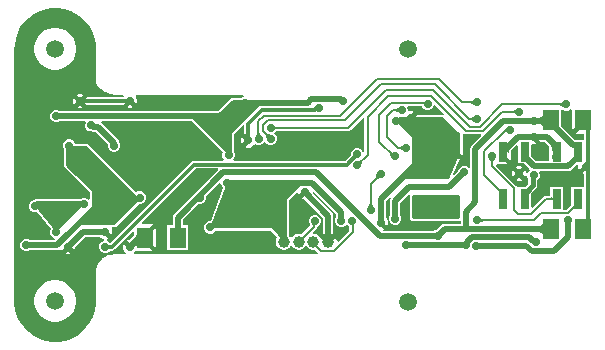
<source format=gbl>
G04*
G04 #@! TF.GenerationSoftware,Altium Limited,Altium Designer,21.4.1 (30)*
G04*
G04 Layer_Physical_Order=2*
G04 Layer_Color=16711680*
%FSLAX44Y44*%
%MOMM*%
G71*
G04*
G04 #@! TF.SameCoordinates,910F416B-8F7A-4B00-9735-5684A02CBE25*
G04*
G04*
G04 #@! TF.FilePolarity,Positive*
G04*
G01*
G75*
%ADD11C,0.4000*%
%ADD12C,0.2000*%
%ADD17C,0.5000*%
%ADD25C,0.7000*%
%ADD59C,0.3000*%
%ADD62C,1.0000*%
%ADD63C,1.5000*%
%ADD64R,0.7874X1.6510*%
%ADD65R,1.3800X1.8200*%
G04:AMPARAMS|DCode=66|XSize=2mm|YSize=4mm|CornerRadius=0.07mm|HoleSize=0mm|Usage=FLASHONLY|Rotation=270.000|XOffset=0mm|YOffset=0mm|HoleType=Round|Shape=RoundedRectangle|*
%AMROUNDEDRECTD66*
21,1,2.0000,3.8600,0,0,270.0*
21,1,1.8600,4.0000,0,0,270.0*
1,1,0.1400,-1.9300,-0.9300*
1,1,0.1400,-1.9300,0.9300*
1,1,0.1400,1.9300,0.9300*
1,1,0.1400,1.9300,-0.9300*
%
%ADD66ROUNDEDRECTD66*%
G36*
X620821Y397250D02*
X620535Y397525D01*
X620247Y397772D01*
X619958Y397990D01*
X619665Y398178D01*
X619371Y398338D01*
X619075Y398468D01*
X618776Y398569D01*
X618475Y398642D01*
X618171Y398685D01*
X617866Y398700D01*
Y400700D01*
X618171Y400714D01*
X618475Y400758D01*
X618776Y400830D01*
X619075Y400932D01*
X619371Y401063D01*
X619665Y401222D01*
X619958Y401410D01*
X620247Y401628D01*
X620535Y401875D01*
X620821Y402150D01*
Y397250D01*
D02*
G37*
G36*
X696411Y395644D02*
X696139Y395927D01*
X695863Y396179D01*
X695582Y396402D01*
X695298Y396595D01*
X695010Y396759D01*
X694718Y396892D01*
X694422Y396996D01*
X694122Y397071D01*
X693818Y397115D01*
X693510Y397130D01*
X693587Y399130D01*
X693890Y399144D01*
X694193Y399187D01*
X694495Y399257D01*
X694796Y399356D01*
X695097Y399483D01*
X695397Y399638D01*
X695697Y399822D01*
X695996Y400033D01*
X696295Y400273D01*
X696593Y400541D01*
X696411Y395644D01*
D02*
G37*
G36*
X595472Y390304D02*
X595032Y389301D01*
X594867Y389113D01*
X573000D01*
X571267Y387380D01*
X594950D01*
X608170Y374160D01*
X601610Y367600D01*
X570490D01*
Y368305D01*
X570032Y368763D01*
X568652Y367382D01*
X568932Y367769D01*
X569070Y368226D01*
X569067Y368755D01*
X568923Y369355D01*
X568637Y370026D01*
X568459Y370336D01*
X554520Y384275D01*
X556247Y386002D01*
X555488Y386762D01*
X555772Y386793D01*
X556810Y386966D01*
X556941Y387004D01*
X557046Y387044D01*
X557127Y387084D01*
X557182Y387125D01*
X557276Y387031D01*
X557625Y387380D01*
X562022D01*
Y387418D01*
X562328Y387433D01*
X562631Y387476D01*
X562932Y387549D01*
X563231Y387650D01*
X563528Y387781D01*
X563822Y387940D01*
X564114Y388129D01*
X564404Y388346D01*
X564692Y388593D01*
X564977Y388868D01*
Y387380D01*
X566515D01*
X566062Y387832D01*
X570099Y391870D01*
X568678Y392458D01*
X566275D01*
X565940Y392320D01*
X564670Y393168D01*
Y394048D01*
X564197Y395191D01*
X565036Y396461D01*
X576816D01*
X577072Y395844D01*
X578534Y394382D01*
X580446Y393590D01*
X582514D01*
X584426Y394382D01*
X585888Y395844D01*
X586547Y397434D01*
X587853Y397924D01*
X595472Y390304D01*
D02*
G37*
G36*
X274254Y478848D02*
X279403Y477174D01*
X284227Y474717D01*
X288606Y471535D01*
X292435Y467706D01*
X295617Y463327D01*
X298074Y458503D01*
X299747Y453354D01*
X300594Y448007D01*
Y445300D01*
Y418841D01*
X300607Y418779D01*
X300597Y418716D01*
X300626Y418128D01*
X300672Y417945D01*
Y417756D01*
X300902Y416603D01*
X300998Y416371D01*
X301047Y416125D01*
X301497Y415038D01*
X301636Y414830D01*
X301732Y414598D01*
X302385Y413620D01*
X302519Y413487D01*
X302616Y413324D01*
X303011Y412888D01*
X303113Y412813D01*
X303188Y412711D01*
X304727Y411316D01*
X304890Y411219D01*
X305023Y411086D01*
X308473Y408780D01*
X308705Y408684D01*
X308914Y408545D01*
X312748Y406957D01*
X312994Y406908D01*
X313226Y406812D01*
X317296Y406002D01*
X317485D01*
X317668Y405956D01*
X319743Y405854D01*
X319806Y405864D01*
X319868Y405851D01*
X323583D01*
X324248Y404581D01*
X323842Y403984D01*
X293563D01*
X291864Y402285D01*
X292037Y402259D01*
X292377Y402231D01*
X292734Y402221D01*
Y399221D01*
X292377Y399212D01*
X292037Y399184D01*
X291864Y399158D01*
X293563Y397459D01*
X323302D01*
X325036Y399192D01*
X324776Y399213D01*
X324419Y399221D01*
X324238Y402221D01*
X324596Y402231D01*
X324935Y402262D01*
X325254Y402312D01*
X325555Y402382D01*
X325836Y402472D01*
X326098Y402582D01*
X326341Y402712D01*
X326565Y402862D01*
X326769Y403032D01*
X326955Y403222D01*
X327064Y401220D01*
X328170Y402326D01*
X329584Y400912D01*
X330998Y402326D01*
X335035Y398289D01*
X335624Y399711D01*
Y402113D01*
X334704Y404333D01*
X334360Y404678D01*
X334846Y405851D01*
X425452D01*
X425705Y404581D01*
X424335Y404014D01*
X424209Y403888D01*
X417305D01*
X415667Y403562D01*
X414277Y402634D01*
X409972Y398328D01*
X409972Y398328D01*
X403992Y392348D01*
X270015D01*
X269889Y392474D01*
X267977Y393266D01*
X265909D01*
X263997Y392474D01*
X262535Y391011D01*
X261743Y389100D01*
Y387031D01*
X262535Y385120D01*
X263997Y383657D01*
X265909Y382866D01*
X267977D01*
X269889Y383657D01*
X270015Y383783D01*
X291319D01*
X292168Y382513D01*
X291707Y381400D01*
Y379331D01*
X292498Y377420D01*
X293961Y375957D01*
X295872Y375166D01*
X297037D01*
X298020Y374970D01*
X300774D01*
X311046Y364698D01*
X310825Y364164D01*
Y362095D01*
X311617Y360184D01*
X313079Y358721D01*
X314991Y357930D01*
X317059D01*
X318971Y358721D01*
X320433Y360184D01*
X321225Y362095D01*
Y364164D01*
X320433Y366075D01*
X320201Y366307D01*
X319981Y367414D01*
X319053Y368803D01*
X305576Y382281D01*
X305227Y382513D01*
X305612Y383783D01*
X381954D01*
X408359Y357379D01*
X407857Y356166D01*
Y354098D01*
X408649Y352186D01*
X409112Y351723D01*
X408586Y350453D01*
X383790D01*
X382541Y350204D01*
X381483Y349497D01*
X312837Y280851D01*
X311704Y281984D01*
X309792Y282776D01*
X309861Y283960D01*
X311283Y284549D01*
X307246Y288586D01*
X310074Y291414D01*
X314111Y287377D01*
X314700Y288799D01*
Y291201D01*
X314014Y292857D01*
X314734Y294127D01*
X316610D01*
X317273Y294259D01*
X317836Y294634D01*
X337048Y313847D01*
X337819Y314000D01*
X338634D01*
X340546Y314792D01*
X342008Y316255D01*
X342800Y318166D01*
Y320234D01*
X342008Y322146D01*
X340546Y323608D01*
X338634Y324400D01*
X336566D01*
X334654Y323608D01*
X334549Y323503D01*
X293644Y364408D01*
X293081Y364783D01*
X292418Y364915D01*
X282952D01*
X282450Y366128D01*
X280987Y367590D01*
X279076Y368382D01*
X277007D01*
X275096Y367590D01*
X273633Y366128D01*
X272842Y364216D01*
Y362148D01*
X273633Y360237D01*
X273759Y360110D01*
Y347154D01*
X274085Y345515D01*
X275014Y344125D01*
X295417Y323722D01*
Y318008D01*
X294147Y317482D01*
X293596Y318033D01*
X291684Y318824D01*
X289616D01*
X287705Y318033D01*
X287578Y317907D01*
X251166D01*
X249527Y317581D01*
X248957Y317200D01*
X247966D01*
X246054Y316408D01*
X244592Y314946D01*
X243800Y313034D01*
Y310966D01*
X244592Y309054D01*
X246054Y307592D01*
X247966Y306800D01*
X250034D01*
X250769Y307104D01*
X262610Y292647D01*
X261900Y290934D01*
Y288866D01*
X262692Y286954D01*
X264154Y285492D01*
X265288Y285022D01*
X265784Y283527D01*
X265473Y283088D01*
X244950D01*
X244824Y283214D01*
X242912Y284006D01*
X240844D01*
X238932Y283214D01*
X237470Y281752D01*
X236678Y279840D01*
Y277772D01*
X237470Y275861D01*
X238932Y274398D01*
X240844Y273606D01*
X242912D01*
X244824Y274398D01*
X244950Y274524D01*
X268001D01*
X269640Y274850D01*
X270035Y275114D01*
X271607Y274637D01*
X271691Y274435D01*
X275728Y278472D01*
X277142Y277058D01*
X278556Y278472D01*
X282593Y274435D01*
X283182Y275856D01*
Y277042D01*
X291858Y285718D01*
X304400D01*
X305238Y284879D01*
X307458Y283960D01*
X307516D01*
X307724Y282776D01*
X305813Y281984D01*
X304350Y280522D01*
X303558Y278610D01*
Y276542D01*
X304350Y274630D01*
X305813Y273168D01*
X307724Y272376D01*
X309792D01*
X311704Y273168D01*
X312829Y274293D01*
X314156D01*
X315405Y274542D01*
X316463Y275249D01*
X331887Y290673D01*
X333060Y290187D01*
Y287138D01*
X329473Y283551D01*
X328288D01*
X326866Y282962D01*
X330903Y278925D01*
X328075Y276096D01*
X324038Y280133D01*
X323449Y278712D01*
Y276309D01*
X324369Y274089D01*
X326068Y272390D01*
X326240Y272319D01*
X325987Y271049D01*
X315833D01*
X315770Y271036D01*
X315707Y271046D01*
X314469Y270985D01*
X314286Y270939D01*
X314097D01*
X311668Y270456D01*
X311436Y270360D01*
X311190Y270311D01*
X308902Y269363D01*
X308694Y269224D01*
X308461Y269128D01*
X306402Y267752D01*
X306269Y267618D01*
X306107Y267521D01*
X305188Y266689D01*
X305113Y266587D01*
X305011Y266512D01*
X304189Y265605D01*
X304092Y265443D01*
X303959Y265309D01*
X302600Y263277D01*
X302504Y263044D01*
X302365Y262836D01*
X301429Y260577D01*
X301380Y260331D01*
X301284Y260099D01*
X300807Y257701D01*
Y257512D01*
X300762Y257329D01*
X300702Y256106D01*
X300711Y256044D01*
X300698Y255981D01*
Y231700D01*
Y228985D01*
X299849Y223622D01*
X298171Y218457D01*
X295706Y213619D01*
X292514Y209226D01*
X288674Y205386D01*
X284281Y202194D01*
X279443Y199729D01*
X274278Y198051D01*
X268915Y197202D01*
X263485D01*
X258122Y198051D01*
X252957Y199729D01*
X248119Y202194D01*
X243726Y205386D01*
X239886Y209226D01*
X236694Y213619D01*
X234229Y218457D01*
X232551Y223622D01*
X231702Y228985D01*
Y231700D01*
Y444983D01*
X231741Y445163D01*
X231801Y447980D01*
X232652Y453354D01*
X234325Y458503D01*
X236783Y463327D01*
X239965Y467706D01*
X243794Y471535D01*
X248173Y474717D01*
X252997Y477174D01*
X258146Y478847D01*
X263493Y479694D01*
X268907D01*
X274254Y478848D01*
D02*
G37*
G36*
X556772Y390784D02*
X556517Y391074D01*
X556255Y391334D01*
X555988Y391562D01*
X555714Y391761D01*
X555434Y391929D01*
X555148Y392066D01*
X554856Y392173D01*
X554557Y392249D01*
X554252Y392295D01*
X553942Y392310D01*
X554119Y394310D01*
X554418Y394324D01*
X554719Y394364D01*
X555022Y394432D01*
X555326Y394527D01*
X555632Y394649D01*
X555939Y394798D01*
X556249Y394975D01*
X556560Y395178D01*
X556872Y395409D01*
X557187Y395667D01*
X556772Y390784D01*
D02*
G37*
G36*
X417411Y399500D02*
X441300D01*
X413057Y371257D01*
Y386822D01*
X413000Y386764D01*
Y385325D01*
Y355189D01*
X377909Y390280D01*
X408816Y390033D01*
X411232Y397068D01*
X415134Y397434D01*
X417305Y399605D01*
X417411Y399500D01*
D02*
G37*
G36*
X656628Y389389D02*
X656329Y389657D01*
X656031Y389897D01*
X655731Y390108D01*
X655432Y390292D01*
X655131Y390447D01*
X654830Y390574D01*
X654529Y390673D01*
X654227Y390743D01*
X653925Y390786D01*
X653622Y390800D01*
X653544Y392800D01*
X653852Y392815D01*
X654156Y392859D01*
X654456Y392934D01*
X654752Y393038D01*
X655045Y393171D01*
X655333Y393335D01*
X655617Y393528D01*
X655897Y393751D01*
X656173Y394003D01*
X656446Y394286D01*
X656628Y389389D01*
D02*
G37*
G36*
X620518Y383234D02*
X620253Y383519D01*
X619982Y383775D01*
X619707Y384000D01*
X619428Y384196D01*
X619143Y384361D01*
X618853Y384496D01*
X618559Y384602D01*
X618259Y384677D01*
X617955Y384722D01*
X617646Y384737D01*
X617765Y386737D01*
X618067Y386751D01*
X618368Y386792D01*
X618671Y386862D01*
X618973Y386959D01*
X619276Y387084D01*
X619580Y387237D01*
X619884Y387417D01*
X620188Y387626D01*
X620493Y387862D01*
X620798Y388126D01*
X620518Y383234D01*
D02*
G37*
G36*
X678871Y379230D02*
X678821Y379705D01*
X678670Y380130D01*
X678418Y380505D01*
X678066Y380830D01*
X677613Y381105D01*
X677060Y381330D01*
X676406Y381505D01*
X675651Y381630D01*
X674796Y381705D01*
X673840Y381730D01*
Y386730D01*
X674796Y386755D01*
X675651Y386830D01*
X676406Y386955D01*
X677060Y387130D01*
X677613Y387355D01*
X678066Y387630D01*
X678418Y387955D01*
X678670Y388330D01*
X678821Y388755D01*
X678871Y389230D01*
Y379230D01*
D02*
G37*
G36*
X648337Y374659D02*
X648285Y374717D01*
X648208Y374770D01*
X648105Y374816D01*
X647977Y374856D01*
X647822Y374889D01*
X647642Y374917D01*
X647206Y374954D01*
X646666Y374966D01*
Y376966D01*
X646882Y376970D01*
X647253Y377002D01*
X647406Y377030D01*
X647540Y377066D01*
X647652Y377109D01*
X647744Y377161D01*
X647815Y377221D01*
X647866Y377288D01*
X647896Y377364D01*
X648337Y374659D01*
D02*
G37*
G36*
X719959Y375731D02*
X719741Y375700D01*
X719545Y375611D01*
X719373Y375461D01*
X719223Y375251D01*
X719097Y374981D01*
X718993Y374650D01*
X718913Y374260D01*
X718855Y373811D01*
X718821Y373301D01*
X718809Y372730D01*
X715809D01*
X715794Y373305D01*
X715749Y373819D01*
X715674Y374273D01*
X715569Y374666D01*
X715434Y374999D01*
X715269Y375272D01*
X715074Y375485D01*
X714849Y375637D01*
X714594Y375729D01*
X714309Y375761D01*
X719959Y375731D01*
D02*
G37*
G36*
X439201Y374050D02*
X439246Y373746D01*
X439321Y373447D01*
X439426Y373152D01*
X439562Y372863D01*
X439727Y372578D01*
X439923Y372299D01*
X440149Y372024D01*
X440404Y371755D01*
X440690Y371490D01*
X435799Y371202D01*
X436062Y371508D01*
X436298Y371813D01*
X436506Y372118D01*
X436686Y372422D01*
X436839Y372726D01*
X436964Y373029D01*
X437061Y373332D01*
X437130Y373634D01*
X437172Y373936D01*
X437186Y374237D01*
X439186Y374360D01*
X439201Y374050D01*
D02*
G37*
G36*
X445593Y373545D02*
X445839Y373361D01*
X446103Y373199D01*
X446386Y373060D01*
X446688Y372942D01*
X447009Y372847D01*
X447349Y372774D01*
X447707Y372723D01*
X448085Y372693D01*
X448482Y372687D01*
X445017Y369222D01*
X445010Y369618D01*
X444981Y369996D01*
X444930Y370355D01*
X444856Y370695D01*
X444761Y371016D01*
X444644Y371317D01*
X444504Y371601D01*
X444342Y371865D01*
X444159Y372110D01*
X443953Y372336D01*
X445367Y373750D01*
X445593Y373545D01*
D02*
G37*
G36*
X696054Y393592D02*
X697966Y392800D01*
X700034D01*
X701946Y393592D01*
X702380Y394026D01*
X703650Y393500D01*
Y375989D01*
X711676Y384014D01*
X714504Y381186D01*
X706478Y373160D01*
X714047D01*
Y368110D01*
X707677D01*
X707263Y368192D01*
X706174D01*
X694310Y380056D01*
Y393540D01*
X695580Y394066D01*
X696054Y393592D01*
D02*
G37*
G36*
X653042Y362061D02*
X652370Y361354D01*
X651769Y360647D01*
X651239Y359940D01*
X650779Y359233D01*
X650390Y358526D01*
X650072Y357818D01*
X649825Y357111D01*
X649648Y356404D01*
X649542Y355697D01*
X649507Y354990D01*
Y366379D01*
X649542Y366266D01*
X649648Y366239D01*
X649825Y366298D01*
X650072Y366444D01*
X650390Y366676D01*
X650779Y366995D01*
X652370Y368468D01*
X653042Y369132D01*
Y362061D01*
D02*
G37*
G36*
X527937Y386422D02*
Y358355D01*
X526667Y358103D01*
X526318Y358946D01*
X524855Y360408D01*
X522944Y361200D01*
X520875D01*
X518964Y360408D01*
X517501Y358946D01*
X516710Y357034D01*
Y355414D01*
X511748Y350453D01*
X417528D01*
X417002Y351723D01*
X417466Y352186D01*
X418257Y354098D01*
Y356166D01*
X417466Y358077D01*
X417282Y358261D01*
Y373031D01*
X425033Y380782D01*
X426303Y380256D01*
Y373667D01*
X428003Y371968D01*
X428028Y372141D01*
X428057Y372481D01*
X428066Y372838D01*
X431066D01*
X431076Y372481D01*
X431104Y372141D01*
X431152Y371820D01*
X431218Y371517D01*
X431304Y371232D01*
X431408Y370964D01*
X431532Y370715D01*
X431674Y370484D01*
X431836Y370271D01*
X432016Y370075D01*
X429895D01*
X430980Y368990D01*
X429566Y367576D01*
X430980Y366162D01*
X426943Y362125D01*
X428365Y361536D01*
X430768D01*
X432988Y362455D01*
X434312Y363780D01*
X435446Y364443D01*
X437357Y363651D01*
X439426D01*
X441337Y364443D01*
X442799Y365905D01*
X442888Y366120D01*
X444253Y366096D01*
X445571Y364778D01*
X447482Y363987D01*
X449551D01*
X451462Y364778D01*
X452925Y366241D01*
X453717Y368152D01*
Y370221D01*
X452925Y372132D01*
X452122Y372936D01*
X451694Y373946D01*
X452122Y374595D01*
X453091Y375564D01*
X453158Y375727D01*
X514306D01*
X515360Y375937D01*
X516253Y376533D01*
X526667Y386948D01*
X527937Y386422D01*
D02*
G37*
G36*
X687822Y368922D02*
X689664Y367360D01*
X690478Y366791D01*
X691220Y366364D01*
X691892Y366078D01*
X692492Y365933D01*
X693021Y365930D01*
X693478Y366069D01*
X693865Y366349D01*
X686824Y359308D01*
X687104Y359694D01*
X687242Y360152D01*
X687239Y360681D01*
X687095Y361281D01*
X686809Y361952D01*
X686381Y362695D01*
X685813Y363509D01*
X685102Y364394D01*
X683258Y366379D01*
X686794Y369915D01*
X687822Y368922D01*
D02*
G37*
G36*
X560905Y358750D02*
X560619Y359025D01*
X560332Y359272D01*
X560042Y359490D01*
X559750Y359678D01*
X559455Y359837D01*
X559159Y359968D01*
X558860Y360070D01*
X558559Y360142D01*
X558256Y360186D01*
X557950Y360200D01*
Y362200D01*
X558256Y362215D01*
X558559Y362258D01*
X558860Y362331D01*
X559159Y362432D01*
X559455Y362562D01*
X559750Y362722D01*
X560042Y362910D01*
X560332Y363128D01*
X560619Y363374D01*
X560905Y363650D01*
Y358750D01*
D02*
G37*
G36*
X612980Y373093D02*
X614033Y372884D01*
X614033Y372884D01*
X626368D01*
X626855Y371711D01*
X618872Y363728D01*
X617944Y362339D01*
X617618Y360700D01*
Y344974D01*
X616348Y344448D01*
X615573Y345222D01*
X613662Y346014D01*
X611594D01*
X609682Y345222D01*
X608219Y343759D01*
X607428Y341848D01*
Y341670D01*
X604172Y338414D01*
X603129Y339138D01*
X608753Y351493D01*
X607445Y352802D01*
X599240Y334780D01*
X559800D01*
X571104Y346084D01*
Y349488D01*
X568604D01*
X568674Y354910D01*
X571104Y354782D01*
Y356971D01*
X603276D01*
X597190Y363057D01*
X600019Y365885D01*
X611129Y354775D01*
X611208Y355171D01*
Y372784D01*
X611387Y372969D01*
X612478Y373429D01*
X612980Y373093D01*
D02*
G37*
G36*
X550448Y357907D02*
X550698Y357726D01*
X550962Y357575D01*
X551240Y357457D01*
X551532Y357370D01*
X551838Y357314D01*
X552158Y357290D01*
X552492Y357298D01*
X552839Y357337D01*
X553201Y357408D01*
X550577Y353270D01*
X550482Y353680D01*
X550258Y354434D01*
X550130Y354778D01*
X549840Y355399D01*
X549679Y355676D01*
X549507Y355931D01*
X549324Y356164D01*
X549130Y356374D01*
X550212Y358121D01*
X550448Y357907D01*
D02*
G37*
G36*
X657963Y362802D02*
Y348200D01*
X663181D01*
X667787Y343593D01*
X668263Y342416D01*
X667787Y341940D01*
X666800Y340953D01*
X666330Y339818D01*
X665060Y340071D01*
Y340845D01*
X664471Y342266D01*
X661849Y339643D01*
X664471Y337020D01*
X664738Y337665D01*
X666008Y337413D01*
Y336973D01*
X666800Y335062D01*
X666862Y335000D01*
Y331069D01*
X663902Y328110D01*
X657963D01*
Y328110D01*
X656950Y328729D01*
X656747Y329033D01*
X639690Y346090D01*
X640216Y347360D01*
X649249D01*
X644186Y352422D01*
X647014Y355251D01*
X652077Y350188D01*
Y358576D01*
X656790Y363288D01*
X657963Y362802D01*
D02*
G37*
G36*
X677939Y366327D02*
X680789D01*
X684223Y362893D01*
Y349982D01*
X673511D01*
X669237Y354256D01*
Y363647D01*
X670024Y364173D01*
X672427D01*
X673848Y364761D01*
X669811Y368798D01*
X672640Y371627D01*
X677939Y366327D01*
D02*
G37*
G36*
X638214Y352033D02*
X637789Y351396D01*
X637617Y351082D01*
X637471Y350771D01*
X637352Y350462D01*
X637259Y350157D01*
X637193Y349854D01*
X637153Y349554D01*
X637140Y349257D01*
X635140Y349027D01*
X635124Y349339D01*
X635078Y349644D01*
X635000Y349941D01*
X634892Y350232D01*
X634753Y350515D01*
X634583Y350790D01*
X634383Y351059D01*
X634151Y351320D01*
X633888Y351573D01*
X633595Y351820D01*
X638465Y352355D01*
X638214Y352033D01*
D02*
G37*
G36*
X526473Y349674D02*
X526268Y349448D01*
X526084Y349203D01*
X525922Y348939D01*
X525783Y348656D01*
X525665Y348354D01*
X525570Y348033D01*
X525497Y347693D01*
X525446Y347334D01*
X525416Y346956D01*
X525410Y346560D01*
X521945Y350025D01*
X522341Y350032D01*
X522719Y350061D01*
X523078Y350112D01*
X523418Y350185D01*
X523738Y350280D01*
X524040Y350398D01*
X524324Y350537D01*
X524588Y350699D01*
X524833Y350883D01*
X525059Y351088D01*
X526473Y349674D01*
D02*
G37*
G36*
X718809Y350411D02*
X718688Y346351D01*
X717860Y345439D01*
X714727Y348890D01*
X714933Y348944D01*
X715117Y349033D01*
X715279Y349157D01*
X715420Y349316D01*
X715539Y349509D01*
X715636Y349738D01*
X715712Y350002D01*
X715766Y350301D01*
X715798Y350634D01*
X715809Y351003D01*
X718809Y350411D01*
D02*
G37*
G36*
X709036Y346757D02*
X709269Y346554D01*
Y344237D01*
X709858Y342816D01*
X713895Y346853D01*
X716646Y344102D01*
X717860Y345439D01*
X718688Y344526D01*
X718809Y340466D01*
X715809Y339875D01*
X715798Y340243D01*
X715766Y340577D01*
X715712Y340875D01*
X715636Y341139D01*
X715539Y341368D01*
X715420Y341562D01*
X715279Y341721D01*
X715117Y341844D01*
X714933Y341933D01*
X714727Y341987D01*
X715125Y342426D01*
X712686Y339987D01*
X714047Y339424D01*
Y328110D01*
X703063D01*
Y312556D01*
X699260Y308753D01*
X696337D01*
Y328110D01*
X685063D01*
Y320907D01*
X681732D01*
X680678Y320698D01*
X679785Y320101D01*
X679785Y320101D01*
X670410Y310726D01*
X669237Y311212D01*
Y322774D01*
X673302Y326839D01*
X674120Y328063D01*
X674407Y329507D01*
Y333852D01*
X675617Y335062D01*
X676408Y336973D01*
Y339042D01*
X675950Y340147D01*
X676799Y341417D01*
X700563D01*
X702202Y341743D01*
X703591Y342672D01*
X708131Y347212D01*
X709036Y346757D01*
D02*
G37*
G36*
X541675Y335513D02*
X541278Y335506D01*
X540900Y335477D01*
X540542Y335426D01*
X540202Y335353D01*
X539881Y335257D01*
X539579Y335140D01*
X539296Y335000D01*
X539032Y334839D01*
X538786Y334655D01*
X538560Y334449D01*
X537146Y335864D01*
X537352Y336090D01*
X537535Y336335D01*
X537697Y336599D01*
X537836Y336882D01*
X537954Y337184D01*
X538049Y337505D01*
X538123Y337845D01*
X538174Y338204D01*
X538203Y338582D01*
X538210Y338978D01*
X541675Y335513D01*
D02*
G37*
G36*
X642106Y327394D02*
X642845Y326766D01*
X643172Y326537D01*
X643469Y326364D01*
X643737Y326248D01*
X643977Y326188D01*
X644187Y326185D01*
X644369Y326239D01*
X644522Y326349D01*
X641724Y323551D01*
X641834Y323703D01*
X641888Y323885D01*
X641885Y324096D01*
X641825Y324335D01*
X641709Y324604D01*
X641536Y324901D01*
X641307Y325227D01*
X641021Y325582D01*
X640279Y326379D01*
X641693Y327793D01*
X642106Y327394D01*
D02*
G37*
G36*
X478844Y322586D02*
X474807Y318549D01*
X476228Y317960D01*
X477161D01*
X493021Y302100D01*
Y288848D01*
X494656Y287213D01*
X494713Y287562D01*
X494763Y288028D01*
X494803Y289067D01*
X499803D01*
X499813Y288530D01*
X499893Y287562D01*
X499950Y287213D01*
X501586Y288848D01*
Y303874D01*
X501260Y305513D01*
X500331Y306902D01*
X484067Y323166D01*
X484155Y323608D01*
X485532Y324027D01*
X504147Y305412D01*
Y302513D01*
X504021Y302387D01*
X503229Y300476D01*
Y298407D01*
X504021Y296496D01*
X505484Y295033D01*
X507395Y294242D01*
X509464D01*
X511375Y295033D01*
X512191Y295850D01*
X513134Y296307D01*
X513851Y295850D01*
X514771Y294929D01*
X515337Y294695D01*
Y291191D01*
X506113Y281967D01*
X504843Y282493D01*
Y282730D01*
X504329Y284648D01*
X503858Y285464D01*
X498717Y280323D01*
X497303Y281737D01*
X495889Y280323D01*
X489937Y286275D01*
X489747Y286269D01*
X488917Y287099D01*
X487389Y287981D01*
X485685Y288437D01*
X484692D01*
X484166Y289707D01*
X487129Y292670D01*
X487129Y292670D01*
X487726Y293563D01*
X487900Y294438D01*
X489085Y294929D01*
X490548Y296392D01*
X491339Y298303D01*
Y300372D01*
X490548Y302283D01*
X489085Y303746D01*
X487174Y304537D01*
X485105D01*
X483194Y303746D01*
X481731Y302283D01*
X480939Y300372D01*
Y298303D01*
X481731Y296392D01*
X482398Y295725D01*
X474703Y288031D01*
X473185Y288437D01*
X471421D01*
X469717Y287981D01*
X468189Y287099D01*
X466942Y285851D01*
X466786Y285582D01*
X465320D01*
X465165Y285851D01*
X464086Y286930D01*
Y317164D01*
X470217Y323295D01*
X471390Y322809D01*
Y322799D01*
X471979Y321377D01*
X476016Y325414D01*
X478844Y322586D01*
D02*
G37*
G36*
X686824Y316154D02*
X686804Y316345D01*
X686743Y316514D01*
X686641Y316665D01*
X686499Y316794D01*
X686316Y316905D01*
X686093Y316994D01*
X685829Y317064D01*
X685524Y317115D01*
X685179Y317145D01*
X684793Y317155D01*
Y319154D01*
X685179Y319165D01*
X685524Y319195D01*
X685829Y319244D01*
X686093Y319314D01*
X686316Y319405D01*
X686499Y319515D01*
X686641Y319645D01*
X686743Y319795D01*
X686804Y319965D01*
X686824Y320154D01*
Y316154D01*
D02*
G37*
G36*
X534390Y314149D02*
X534434Y313845D01*
X534506Y313544D01*
X534608Y313245D01*
X534739Y312949D01*
X534898Y312654D01*
X535087Y312362D01*
X535304Y312073D01*
X535550Y311785D01*
X535826Y311500D01*
X530926D01*
X531202Y311785D01*
X531448Y312073D01*
X531665Y312362D01*
X531854Y312654D01*
X532014Y312949D01*
X532144Y313245D01*
X532245Y313544D01*
X532318Y313845D01*
X532361Y314149D01*
X532376Y314454D01*
X534376D01*
X534390Y314149D01*
D02*
G37*
G36*
X601804Y308821D02*
X601519Y309096D01*
X601231Y309343D01*
X600941Y309560D01*
X600649Y309749D01*
X600354Y309908D01*
X600058Y310039D01*
X599759Y310140D01*
X599458Y310213D01*
X599155Y310256D01*
X598849Y310271D01*
Y312271D01*
X599155Y312285D01*
X599458Y312329D01*
X599759Y312401D01*
X600058Y312503D01*
X600354Y312633D01*
X600649Y312793D01*
X600941Y312981D01*
X601231Y313199D01*
X601519Y313445D01*
X601804Y313721D01*
Y308821D01*
D02*
G37*
G36*
X578566Y313445D02*
X578854Y313199D01*
X579144Y312981D01*
X579436Y312793D01*
X579730Y312633D01*
X580027Y312503D01*
X580326Y312401D01*
X580627Y312329D01*
X580930Y312285D01*
X581236Y312271D01*
Y310271D01*
X580930Y310256D01*
X580627Y310213D01*
X580326Y310140D01*
X580027Y310039D01*
X579730Y309908D01*
X579436Y309749D01*
X579144Y309560D01*
X578854Y309343D01*
X578566Y309096D01*
X578281Y308821D01*
Y313721D01*
X578566Y313445D01*
D02*
G37*
G36*
X718821Y304038D02*
X718913Y303078D01*
X718993Y302688D01*
X719097Y302358D01*
X719223Y302088D01*
X719373Y301878D01*
X719545Y301728D01*
X719741Y301638D01*
X719959Y301608D01*
X714309Y301577D01*
X714594Y301609D01*
X714849Y301701D01*
X715074Y301853D01*
X715269Y302066D01*
X715434Y302339D01*
X715569Y302672D01*
X715674Y303066D01*
X715749Y303519D01*
X715794Y304033D01*
X715809Y304608D01*
X718809D01*
X718821Y304038D01*
D02*
G37*
G36*
X626356Y302236D02*
X626617Y301977D01*
X626884Y301748D01*
X627157Y301549D01*
X627437Y301381D01*
X627723Y301244D01*
X628015Y301137D01*
X628314Y301061D01*
X628619Y301015D01*
X628929Y301000D01*
X628749Y299000D01*
X628450Y298986D01*
X628149Y298945D01*
X627847Y298878D01*
X627543Y298783D01*
X627237Y298661D01*
X626929Y298512D01*
X626619Y298336D01*
X626308Y298132D01*
X625995Y297902D01*
X625680Y297645D01*
X626101Y302526D01*
X626356Y302236D01*
D02*
G37*
G36*
X566966Y321116D02*
X566857Y320571D01*
Y301971D01*
X567044Y301034D01*
X567574Y300240D01*
X568368Y299710D01*
X569304Y299524D01*
X607904D01*
X608448Y299632D01*
X609478Y299026D01*
X609718Y298769D01*
Y296821D01*
X596195D01*
X594556Y296495D01*
X593167Y295566D01*
X589720Y292120D01*
X589001D01*
X587090Y291328D01*
X586964Y291202D01*
X565766D01*
X564127Y290876D01*
X563856Y290695D01*
X544414D01*
X544078Y291132D01*
X544450Y292519D01*
X540313Y296656D01*
X543141Y299484D01*
X547178Y295447D01*
X547767Y296868D01*
Y299271D01*
X546847Y301491D01*
X546102Y302236D01*
Y315913D01*
X549916Y319727D01*
X550903Y318917D01*
X550064Y317661D01*
X549738Y316023D01*
Y304457D01*
X549612Y304331D01*
X548820Y302420D01*
Y300351D01*
X549612Y298440D01*
X551074Y296977D01*
X552986Y296186D01*
X555054D01*
X556966Y296977D01*
X558428Y298440D01*
X559220Y300351D01*
Y302420D01*
X558428Y304331D01*
X558302Y304457D01*
Y314249D01*
X565795Y321742D01*
X566966Y321116D01*
D02*
G37*
G36*
X337000Y318600D02*
X336400Y318000D01*
X337575Y316825D01*
X316610Y295860D01*
X283840Y295860D01*
X297150Y309170D01*
Y328045D01*
X278042Y347154D01*
Y363182D01*
X292418D01*
X337000Y318600D01*
D02*
G37*
G36*
X486805Y295901D02*
X486687Y295867D01*
X486581Y295811D01*
X486488Y295735D01*
X486407Y295638D01*
X486338Y295520D01*
X486282Y295381D01*
X486239Y295221D01*
X486208Y295041D01*
X486189Y294839D01*
X486183Y294617D01*
X484183D01*
X484179Y294956D01*
X484116Y295807D01*
X484079Y296036D01*
X484033Y296237D01*
X483979Y296410D01*
X483916Y296556D01*
X483845Y296674D01*
X483766Y296765D01*
X486805Y295901D01*
D02*
G37*
G36*
X290650Y313450D02*
X267100Y289900D01*
X249000Y312000D01*
X250624Y313624D01*
X290650D01*
Y313450D01*
D02*
G37*
G36*
X678871Y287538D02*
X678821Y288013D01*
X678670Y288438D01*
X678418Y288813D01*
X678066Y289138D01*
X677613Y289413D01*
X677060Y289638D01*
X676406Y289813D01*
X675651Y289938D01*
X674796Y290013D01*
X673840Y290038D01*
Y295038D01*
X674796Y295063D01*
X675651Y295138D01*
X676406Y295263D01*
X677060Y295438D01*
X677613Y295663D01*
X678066Y295938D01*
X678418Y296263D01*
X678670Y296638D01*
X678821Y297063D01*
X678871Y297538D01*
Y287538D01*
D02*
G37*
G36*
X458800Y331700D02*
X476170D01*
X459803Y315333D01*
Y283686D01*
X449880Y293609D01*
X397544D01*
X411789Y331700D01*
X455782D01*
X458800Y334200D01*
Y331700D01*
D02*
G37*
G36*
X335661Y276581D02*
X335625Y277223D01*
X335518Y277722D01*
X335340Y278079D01*
X335090Y278293D01*
X334770Y278364D01*
X334377Y278293D01*
X333914Y278079D01*
X333379Y277722D01*
X332772Y277223D01*
X332095Y276581D01*
Y283652D01*
X332772Y284365D01*
X333379Y285076D01*
X333914Y285786D01*
X334377Y286495D01*
X334770Y287203D01*
X335090Y287909D01*
X335340Y288615D01*
X335518Y289319D01*
X335625Y290021D01*
X335661Y290723D01*
Y276581D01*
D02*
G37*
G36*
X404301Y342657D02*
X366852Y305208D01*
X365924Y303819D01*
X365598Y302180D01*
Y296100D01*
X361280D01*
Y274500D01*
X378480D01*
Y296100D01*
X374162D01*
Y300406D01*
X387446Y313690D01*
X387564Y313641D01*
X389633D01*
X391544Y314433D01*
X393007Y315896D01*
X393799Y317807D01*
Y319876D01*
X393750Y319994D01*
X405320Y331563D01*
X406590Y331037D01*
Y330666D01*
X407381Y328755D01*
X408441Y327695D01*
X397768Y299156D01*
X396378D01*
X394467Y298364D01*
X393004Y296902D01*
X392212Y294990D01*
Y292922D01*
X393004Y291010D01*
X394467Y289548D01*
X396378Y288756D01*
X398447D01*
X400358Y289548D01*
X401821Y291010D01*
X401900Y291203D01*
X448393D01*
X454187Y285409D01*
X453560Y284324D01*
X453103Y282619D01*
Y280855D01*
X453560Y279151D01*
X454442Y277624D01*
X455689Y276376D01*
X457217Y275494D01*
X458921Y275037D01*
X460685D01*
X462389Y275494D01*
X463917Y276376D01*
X465165Y277624D01*
X465320Y277893D01*
X466786D01*
X466942Y277624D01*
X468189Y276376D01*
X469717Y275494D01*
X471421Y275037D01*
X473185D01*
X474889Y275494D01*
X476417Y276376D01*
X477665Y277624D01*
X477820Y277893D01*
X479286D01*
X479442Y277624D01*
X480689Y276376D01*
X482217Y275494D01*
X483921Y275037D01*
X485685D01*
X486233Y275184D01*
X489098Y272319D01*
X488872Y271429D01*
X488611Y271049D01*
X332991D01*
X332738Y272319D01*
X332910Y272390D01*
X334180Y273660D01*
X349112D01*
X341086Y281686D01*
X343914Y284514D01*
X351940Y276488D01*
Y294111D01*
X343914Y286086D01*
X341086Y288914D01*
X349112Y296940D01*
X339813D01*
X339327Y298113D01*
X385141Y343927D01*
X403775D01*
X404301Y342657D01*
D02*
G37*
%LPC*%
G36*
X267943Y463000D02*
X264457D01*
X261037Y462320D01*
X257816Y460985D01*
X254917Y459049D01*
X252451Y456583D01*
X250515Y453684D01*
X249180Y450463D01*
X248500Y447043D01*
Y443557D01*
X249180Y440137D01*
X250515Y436916D01*
X252451Y434017D01*
X254917Y431552D01*
X257816Y429614D01*
X261037Y428280D01*
X264457Y427600D01*
X267943D01*
X271363Y428280D01*
X274584Y429614D01*
X277483Y431552D01*
X279949Y434017D01*
X281886Y436916D01*
X283220Y440137D01*
X283900Y443557D01*
Y447043D01*
X283220Y450463D01*
X281886Y453684D01*
X279949Y456583D01*
X277483Y459049D01*
X274584Y460985D01*
X271363Y462320D01*
X267943Y463000D01*
D02*
G37*
G36*
X288673Y406762D02*
X286270D01*
X284849Y406173D01*
X287472Y403550D01*
X290095Y406173D01*
X288673Y406762D01*
D02*
G37*
G36*
X282020Y403344D02*
X281432Y401923D01*
Y399520D01*
X282020Y398099D01*
X284643Y400722D01*
X282020Y403344D01*
D02*
G37*
G36*
X329584Y398084D02*
X326961Y395461D01*
X328382Y394872D01*
X330785D01*
X332207Y395461D01*
X329584Y398084D01*
D02*
G37*
G36*
X287472Y397893D02*
X284849Y395270D01*
X286270Y394682D01*
X288673D01*
X290095Y395270D01*
X287472Y397893D01*
D02*
G37*
G36*
X277142Y274229D02*
X274519Y271607D01*
X275941Y271018D01*
X278344D01*
X279765Y271607D01*
X277142Y274229D01*
D02*
G37*
G36*
X267943Y249400D02*
X264457D01*
X261037Y248720D01*
X257816Y247386D01*
X254917Y245448D01*
X252451Y242983D01*
X250515Y240084D01*
X249180Y236863D01*
X248500Y233443D01*
Y229957D01*
X249180Y226537D01*
X250515Y223316D01*
X252451Y220417D01*
X254917Y217952D01*
X257816Y216014D01*
X261037Y214680D01*
X264457Y214000D01*
X267943D01*
X271363Y214680D01*
X274584Y216014D01*
X277483Y217952D01*
X279949Y220417D01*
X281886Y223316D01*
X283220Y226537D01*
X283900Y229957D01*
Y233443D01*
X283220Y236863D01*
X281886Y240084D01*
X279949Y242983D01*
X277483Y245448D01*
X274584Y247386D01*
X271363Y248720D01*
X267943Y249400D01*
D02*
G37*
G36*
X424115Y370199D02*
X423526Y368777D01*
Y366375D01*
X424115Y364953D01*
X426738Y367576D01*
X424115Y370199D01*
D02*
G37*
G36*
X660221Y345683D02*
X657819D01*
X656397Y345094D01*
X659020Y342472D01*
X661643Y345094D01*
X660221Y345683D01*
D02*
G37*
G36*
X653569Y342266D02*
X652980Y340845D01*
Y338442D01*
X653569Y337020D01*
X656192Y339643D01*
X653569Y342266D01*
D02*
G37*
G36*
X659020Y336815D02*
X656397Y334192D01*
X657819Y333603D01*
X660221D01*
X661643Y334192D01*
X659020Y336815D01*
D02*
G37*
G36*
X498046Y285308D02*
X496561D01*
X497303Y284566D01*
X498046Y285308D01*
D02*
G37*
%LPD*%
D11*
X670634Y337433D02*
X671208Y338007D01*
X663600Y322472D02*
X670634Y329507D01*
X663600Y318155D02*
Y322472D01*
X670634Y329507D02*
Y337433D01*
D12*
X700400Y306000D02*
X707000Y312600D01*
X629639Y338434D02*
Y342364D01*
Y338434D02*
X645600Y322472D01*
X629557Y342445D02*
X629639Y342364D01*
X629557Y342445D02*
Y358857D01*
X646666Y375966D01*
X623400Y300300D02*
X623700Y300000D01*
X671700D01*
X635757Y354572D02*
X636139Y354189D01*
Y345747D02*
X654800Y327086D01*
X645600Y318155D02*
Y322472D01*
X636139Y345747D02*
Y354189D01*
X654800Y308823D02*
Y327086D01*
X650732Y375966D02*
X651295Y376530D01*
X646666Y375966D02*
X650732D01*
X671700Y300000D02*
X677700Y306000D01*
X700400D01*
X654800Y308823D02*
X657923Y305700D01*
X669277D01*
X681732Y318155D01*
X690700D01*
X575781Y311271D02*
X588604D01*
X604303D01*
X397412Y293956D02*
X449533D01*
X459803Y281737D02*
Y283686D01*
X449533Y293956D02*
X459803Y283686D01*
X518090Y290051D02*
Y298964D01*
X491273Y274037D02*
X502077D01*
X518090Y290051D01*
X517717Y299337D02*
X518090Y298964D01*
X556186Y361200D02*
X563404D01*
X547020Y370366D02*
Y388084D01*
Y370366D02*
X556186Y361200D01*
X552919Y354000D02*
X554000D01*
X540472Y366446D02*
Y388758D01*
Y366446D02*
X552919Y354000D01*
X442612Y388413D02*
X507389D01*
X538282Y419307D02*
X590945D01*
X507389Y388413D02*
X538282Y419307D01*
X446074Y384713D02*
X511994D01*
X542291Y415010D02*
X587643D01*
X511994Y384713D02*
X542291Y415010D01*
X546047Y410221D02*
X586330D01*
X514306Y378480D02*
X546047Y410221D01*
X448713Y378480D02*
X514306D01*
X547918Y404990D02*
X584680D01*
X530690Y387762D02*
X547918Y404990D01*
X530690Y355305D02*
Y387762D01*
X550928Y399214D02*
X581056D01*
X540472Y388758D02*
X550928Y399214D01*
X552246Y393310D02*
X559174D01*
X547020Y388084D02*
X552246Y393310D01*
X441886Y380525D02*
X446074Y384713D01*
X438186Y383987D02*
X442612Y388413D01*
X644786Y391800D02*
X658904D01*
X614033Y375637D02*
X628623D01*
X644786Y391800D01*
X644828Y398130D02*
X698870D01*
X626035Y379337D02*
X644828Y398130D01*
X617214Y379337D02*
X626035D01*
X616916Y385737D02*
X622953D01*
X587643Y415010D02*
X616916Y385737D01*
X586330Y410221D02*
X617214Y379337D01*
X584680Y404990D02*
X614033Y375637D01*
X658904Y391800D02*
X659035Y391930D01*
X698870Y398130D02*
X699000Y398000D01*
X622953Y385737D02*
X623153Y385537D01*
X554520Y384275D02*
X555745D01*
X559174Y393310D02*
X559470Y393014D01*
X581056Y399214D02*
X581480Y398790D01*
X555745Y384275D02*
X557889Y386418D01*
X567477D01*
X533376Y330680D02*
X541710Y339013D01*
X533376Y309000D02*
Y330680D01*
X472303Y281737D02*
X485183Y294617D01*
Y297164D01*
X486507Y298488D01*
X590945Y419307D02*
X610552Y399700D01*
X438186Y369057D02*
Y383987D01*
X441886Y375818D02*
Y380525D01*
X448683Y378510D02*
X448713Y378480D01*
X441886Y375818D02*
X448517Y369187D01*
X438186Y369057D02*
X438391Y368851D01*
X610552Y399700D02*
X623320D01*
X521910Y346525D02*
X530690Y355305D01*
X484803Y280507D02*
Y281737D01*
Y280507D02*
X491273Y274037D01*
D17*
X690500Y353400D02*
X690700Y353600D01*
Y358155D01*
X670302Y370595D02*
X672149D01*
X655463Y368149D02*
X657923Y370610D01*
X645600Y358155D02*
X655463Y368018D01*
X645600Y362473D02*
X647037Y363910D01*
X645600Y358155D02*
Y362473D01*
X655463Y368018D02*
Y368149D01*
X657923Y370610D02*
X670287D01*
X369880Y302180D02*
X408410Y340710D01*
X614000Y294500D02*
Y307300D01*
X621900Y315200D01*
Y360700D02*
X645430Y384230D01*
X621900Y315200D02*
Y360700D01*
X708700Y358155D02*
Y362473D01*
Y353837D02*
Y358155D01*
X590035Y286920D02*
X590576D01*
X565766D02*
X590035D01*
X599712Y327898D02*
X612628Y340814D01*
X690110Y378200D02*
X690110D01*
X707263Y363910D02*
X708700Y362473D01*
X690110Y378200D02*
X704400Y363910D01*
X685710Y382600D02*
X690110Y378200D01*
X704400Y363910D02*
X707263D01*
X598604Y364471D02*
X606104Y356971D01*
Y356397D02*
Y356971D01*
X565896Y327898D02*
X599712D01*
X665222Y278078D02*
X669736Y273564D01*
X622565Y278078D02*
X665222D01*
X671384Y282264D02*
X672384Y281264D01*
X614865Y281268D02*
X619375Y285778D01*
X666997D01*
X670511Y282264D02*
X671384D01*
X666997Y285778D02*
X670511Y282264D01*
X596195Y292538D02*
X685710D01*
X613736Y279756D02*
X614865Y280885D01*
X590576Y286920D02*
X596195Y292538D01*
X614865Y280885D02*
Y281268D01*
X564922Y279220D02*
X613741D01*
X700600Y285489D02*
Y299804D01*
X645430Y384230D02*
X671700D01*
X672164Y370610D02*
X682563D01*
X689263Y363910D01*
X672149Y370595D02*
X672164Y370610D01*
X670287D02*
X670302Y370595D01*
X689263Y359592D02*
Y363910D01*
Y359592D02*
X690700Y358155D01*
X700563Y345700D02*
X708700Y353837D01*
X663600D02*
X671737Y345700D01*
X700563D01*
X663600Y353837D02*
Y358155D01*
X688676Y273564D02*
X700600Y285489D01*
X672384Y281264D02*
X672925D01*
X669736Y273564D02*
X688676D01*
X685710Y382600D02*
Y384800D01*
X685140Y383170D02*
Y384230D01*
X290084Y290000D02*
X308660D01*
X277142Y277058D02*
X290084Y290000D01*
X267200Y313624D02*
X290650D01*
X251166D02*
X267200D01*
X267100Y313524D02*
X267200Y313624D01*
X267100Y289900D02*
Y313524D01*
X281012Y388066D02*
X405766D01*
X413000Y395300D01*
X316025Y363130D02*
Y365775D01*
X302547Y379253D02*
X316025Y365775D01*
X298020Y379253D02*
X302547D01*
X296907Y380366D02*
X298020Y379253D01*
X266943Y388066D02*
X281012D01*
X413000Y395300D02*
X417305Y399605D01*
X427281D01*
X413000Y355189D02*
Y395300D01*
X241878Y278806D02*
X268001D01*
X307195Y318000D01*
X671700Y384230D02*
X685140D01*
X329489Y277511D02*
X338069Y286090D01*
Y288284D01*
X369880Y285300D02*
Y302180D01*
X427281Y399605D02*
X480425D01*
X459803Y283686D02*
Y330697D01*
X555745Y384275D02*
X558227D01*
X554020Y301386D02*
Y316023D01*
X565896Y327898D01*
X249000Y312000D02*
X249541D01*
X251166Y313624D01*
X480425Y399605D02*
X483133Y402313D01*
X507948D01*
X508742Y401519D02*
X509128D01*
X507948Y402313D02*
X508742Y401519D01*
X278042Y347154D02*
Y363182D01*
Y347154D02*
X307195Y318000D01*
X563383Y279095D02*
X564797D01*
X563000Y278713D02*
X563383Y279095D01*
X541531Y286413D02*
X565259D01*
X564797Y279095D02*
X564922Y279220D01*
X565259Y286413D02*
X565766Y286920D01*
X578604Y364471D02*
X578604D01*
X558227Y384275D02*
X563783Y378718D01*
X564357D01*
X578604Y364471D01*
X487234Y340710D02*
X541531Y286413D01*
X408410Y340710D02*
X487234D01*
X541820Y298163D02*
Y317687D01*
X541727Y298070D02*
X541820Y298163D01*
Y317687D02*
X571104Y346971D01*
Y356971D01*
X578604Y364471D02*
X588604D01*
X571104Y356971D02*
X578604Y364471D01*
X477430Y323748D02*
X497303Y303874D01*
X477430Y323748D02*
Y324000D01*
X497303Y281737D02*
Y303874D01*
X508429Y299442D02*
Y307186D01*
X483915Y331700D02*
X508429Y307186D01*
X458800Y331700D02*
X483915D01*
X411789D02*
X458800D01*
X459803Y330697D01*
X588604Y364471D02*
X590103Y362972D01*
Y337922D02*
Y362972D01*
X588604Y364471D02*
X598604D01*
X659020Y339643D02*
X659212Y339835D01*
X413000Y355189D02*
X413057Y355132D01*
X336400Y318000D02*
X337600Y319200D01*
X307195Y318000D02*
X336400D01*
D25*
X364000Y364000D02*
D03*
X371000Y350000D02*
D03*
X364000Y308000D02*
D03*
X357000Y294000D02*
D03*
X294000Y448000D02*
D03*
Y420000D02*
D03*
X287000Y462000D02*
D03*
Y434000D02*
D03*
X280000Y420000D02*
D03*
X266000D02*
D03*
X252000D02*
D03*
X245000Y462000D02*
D03*
X238000Y448000D02*
D03*
X245000Y434000D02*
D03*
X238000Y420000D02*
D03*
X715309Y345439D02*
D03*
X690500Y353400D02*
D03*
X651295Y376530D02*
D03*
X612628Y340814D02*
D03*
X623400Y300300D02*
D03*
X635757Y354572D02*
D03*
X613741Y279220D02*
D03*
X700600Y299804D02*
D03*
X671208Y338007D02*
D03*
X672925Y281264D02*
D03*
X622565Y278078D02*
D03*
X671226Y370213D02*
D03*
X308660Y290000D02*
D03*
X277142Y277058D02*
D03*
X267100Y289900D02*
D03*
X308758Y277576D02*
D03*
X287472Y400722D02*
D03*
X329584Y400912D02*
D03*
X296907Y380366D02*
D03*
X329489Y277511D02*
D03*
X266943Y388066D02*
D03*
X241878Y278806D02*
D03*
X388599Y318841D02*
D03*
X397412Y293956D02*
D03*
X489879Y394613D02*
D03*
X590035Y286920D02*
D03*
X671700Y384230D02*
D03*
X659035Y391930D02*
D03*
X623153Y385537D02*
D03*
X554520Y384275D02*
D03*
X559470Y393014D02*
D03*
X563404Y361200D02*
D03*
X567477Y386418D02*
D03*
X563000Y278713D02*
D03*
X517717Y299337D02*
D03*
X541727Y298070D02*
D03*
X533376Y309000D02*
D03*
X477430Y324000D02*
D03*
X411789Y331700D02*
D03*
X486139Y299337D02*
D03*
X508429Y299442D02*
D03*
X509666Y401137D02*
D03*
X448683Y378510D02*
D03*
X448517Y369187D02*
D03*
X438391Y368851D02*
D03*
X590103Y337922D02*
D03*
X429566Y367576D02*
D03*
X623320Y399700D02*
D03*
X581480Y398790D02*
D03*
X521910Y346525D02*
D03*
X659020Y339643D02*
D03*
X413057Y355132D02*
D03*
X699000Y398000D02*
D03*
X554000Y354000D02*
D03*
X521910Y356000D02*
D03*
X541710Y339013D02*
D03*
X316025Y363130D02*
D03*
X290650Y313624D02*
D03*
X337600Y319200D02*
D03*
X249000Y312000D02*
D03*
X278042Y363182D02*
D03*
X427281Y399605D02*
D03*
X575781Y311271D02*
D03*
X604303D02*
D03*
X554020Y301386D02*
D03*
D59*
X717309Y296758D02*
Y380581D01*
X713090Y384800D02*
X717309Y380581D01*
X713090Y292538D02*
X717309Y296758D01*
X314156Y277556D02*
X383790Y347190D01*
X513100D01*
X308778Y277556D02*
X314156D01*
X308758Y277576D02*
X308778Y277556D01*
X287472Y400722D02*
X327021D01*
X329584Y400912D02*
Y402716D01*
X429566Y367576D02*
Y381506D01*
X489114Y393848D02*
X489879Y394613D01*
X486487Y393848D02*
X489114D01*
X486122Y393483D02*
X486487Y393848D01*
X429566Y381506D02*
X441543Y393483D01*
X486122D01*
X513100Y347190D02*
X521910Y356000D01*
D62*
X497303Y281737D02*
D03*
X459803D02*
D03*
X472303D02*
D03*
X484803D02*
D03*
D63*
X564700Y445300D02*
D03*
X266200Y231700D02*
D03*
Y445300D02*
D03*
X564700Y230700D02*
D03*
D64*
X663600Y358155D02*
D03*
X645600D02*
D03*
Y318155D02*
D03*
X663600D02*
D03*
X708700Y358155D02*
D03*
X690700D02*
D03*
Y318155D02*
D03*
X708700D02*
D03*
D65*
X685710Y292538D02*
D03*
X713090D02*
D03*
Y384800D02*
D03*
X685710D02*
D03*
X369880Y285300D02*
D03*
X342500D02*
D03*
D66*
X588604Y364471D02*
D03*
Y311271D02*
D03*
M02*

</source>
